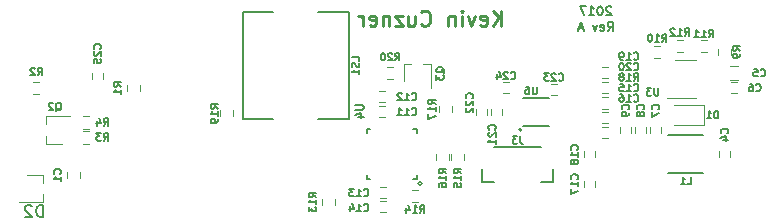
<source format=gbo>
G04 #@! TF.FileFunction,Legend,Bot*
%FSLAX46Y46*%
G04 Gerber Fmt 4.6, Leading zero omitted, Abs format (unit mm)*
G04 Created by KiCad (PCBNEW 4.0.6) date Fri Jun  2 23:15:54 2017*
%MOMM*%
%LPD*%
G01*
G04 APERTURE LIST*
%ADD10C,0.100000*%
%ADD11C,0.254000*%
%ADD12C,0.177800*%
%ADD13C,0.120000*%
%ADD14C,0.150000*%
%ADD15C,0.127000*%
G04 APERTURE END LIST*
D10*
D11*
X157086904Y-89220524D02*
X157086904Y-87950524D01*
X156361190Y-89220524D02*
X156905475Y-88494810D01*
X156361190Y-87950524D02*
X157086904Y-88676238D01*
X155333095Y-89160048D02*
X155454047Y-89220524D01*
X155695952Y-89220524D01*
X155816904Y-89160048D01*
X155877380Y-89039095D01*
X155877380Y-88555286D01*
X155816904Y-88434333D01*
X155695952Y-88373857D01*
X155454047Y-88373857D01*
X155333095Y-88434333D01*
X155272618Y-88555286D01*
X155272618Y-88676238D01*
X155877380Y-88797190D01*
X154849285Y-88373857D02*
X154546904Y-89220524D01*
X154244524Y-88373857D01*
X153760714Y-89220524D02*
X153760714Y-88373857D01*
X153760714Y-87950524D02*
X153821190Y-88011000D01*
X153760714Y-88071476D01*
X153700238Y-88011000D01*
X153760714Y-87950524D01*
X153760714Y-88071476D01*
X153155952Y-88373857D02*
X153155952Y-89220524D01*
X153155952Y-88494810D02*
X153095476Y-88434333D01*
X152974523Y-88373857D01*
X152793095Y-88373857D01*
X152672143Y-88434333D01*
X152611666Y-88555286D01*
X152611666Y-89220524D01*
X150313571Y-89099571D02*
X150374047Y-89160048D01*
X150555476Y-89220524D01*
X150676428Y-89220524D01*
X150857856Y-89160048D01*
X150978809Y-89039095D01*
X151039285Y-88918143D01*
X151099761Y-88676238D01*
X151099761Y-88494810D01*
X151039285Y-88252905D01*
X150978809Y-88131952D01*
X150857856Y-88011000D01*
X150676428Y-87950524D01*
X150555476Y-87950524D01*
X150374047Y-88011000D01*
X150313571Y-88071476D01*
X149224999Y-88373857D02*
X149224999Y-89220524D01*
X149769285Y-88373857D02*
X149769285Y-89039095D01*
X149708809Y-89160048D01*
X149587856Y-89220524D01*
X149406428Y-89220524D01*
X149285476Y-89160048D01*
X149224999Y-89099571D01*
X148741189Y-88373857D02*
X148075951Y-88373857D01*
X148741189Y-89220524D01*
X148075951Y-89220524D01*
X147592142Y-88373857D02*
X147592142Y-89220524D01*
X147592142Y-88494810D02*
X147531666Y-88434333D01*
X147410713Y-88373857D01*
X147229285Y-88373857D01*
X147108333Y-88434333D01*
X147047856Y-88555286D01*
X147047856Y-89220524D01*
X145959285Y-89160048D02*
X146080237Y-89220524D01*
X146322142Y-89220524D01*
X146443094Y-89160048D01*
X146503570Y-89039095D01*
X146503570Y-88555286D01*
X146443094Y-88434333D01*
X146322142Y-88373857D01*
X146080237Y-88373857D01*
X145959285Y-88434333D01*
X145898808Y-88555286D01*
X145898808Y-88676238D01*
X146503570Y-88797190D01*
X145354523Y-89220524D02*
X145354523Y-88373857D01*
X145354523Y-88615762D02*
X145294047Y-88494810D01*
X145233571Y-88434333D01*
X145112618Y-88373857D01*
X144991666Y-88373857D01*
D12*
X166406285Y-87640886D02*
X166369999Y-87604600D01*
X166297428Y-87568314D01*
X166115999Y-87568314D01*
X166043428Y-87604600D01*
X166007142Y-87640886D01*
X165970857Y-87713457D01*
X165970857Y-87786029D01*
X166007142Y-87894886D01*
X166442571Y-88330314D01*
X165970857Y-88330314D01*
X165499143Y-87568314D02*
X165426571Y-87568314D01*
X165354000Y-87604600D01*
X165317714Y-87640886D01*
X165281428Y-87713457D01*
X165245143Y-87858600D01*
X165245143Y-88040029D01*
X165281428Y-88185171D01*
X165317714Y-88257743D01*
X165354000Y-88294029D01*
X165426571Y-88330314D01*
X165499143Y-88330314D01*
X165571714Y-88294029D01*
X165608000Y-88257743D01*
X165644285Y-88185171D01*
X165680571Y-88040029D01*
X165680571Y-87858600D01*
X165644285Y-87713457D01*
X165608000Y-87640886D01*
X165571714Y-87604600D01*
X165499143Y-87568314D01*
X164519429Y-88330314D02*
X164954857Y-88330314D01*
X164737143Y-88330314D02*
X164737143Y-87568314D01*
X164809714Y-87677171D01*
X164882286Y-87749743D01*
X164954857Y-87786029D01*
X164265429Y-87568314D02*
X163757429Y-87568314D01*
X164084000Y-88330314D01*
X166097857Y-89651114D02*
X166351857Y-89288257D01*
X166533285Y-89651114D02*
X166533285Y-88889114D01*
X166243000Y-88889114D01*
X166170428Y-88925400D01*
X166134143Y-88961686D01*
X166097857Y-89034257D01*
X166097857Y-89143114D01*
X166134143Y-89215686D01*
X166170428Y-89251971D01*
X166243000Y-89288257D01*
X166533285Y-89288257D01*
X165481000Y-89614829D02*
X165553571Y-89651114D01*
X165698714Y-89651114D01*
X165771285Y-89614829D01*
X165807571Y-89542257D01*
X165807571Y-89251971D01*
X165771285Y-89179400D01*
X165698714Y-89143114D01*
X165553571Y-89143114D01*
X165481000Y-89179400D01*
X165444714Y-89251971D01*
X165444714Y-89324543D01*
X165807571Y-89397114D01*
X165190714Y-89143114D02*
X165009285Y-89651114D01*
X164827857Y-89143114D01*
X163993286Y-89433400D02*
X163630429Y-89433400D01*
X164065858Y-89651114D02*
X163811858Y-88889114D01*
X163557858Y-89651114D01*
D13*
X120374000Y-102104000D02*
X120374000Y-101604000D01*
X121434000Y-101604000D02*
X121434000Y-102104000D01*
X175552000Y-100326000D02*
X175552000Y-99826000D01*
X176492000Y-99826000D02*
X176492000Y-100326000D01*
X176434000Y-93818000D02*
X177134000Y-93818000D01*
X177134000Y-92618000D02*
X176434000Y-92618000D01*
X177034000Y-94958000D02*
X176534000Y-94958000D01*
X176534000Y-94018000D02*
X177034000Y-94018000D01*
X170650000Y-97794000D02*
X170650000Y-98294000D01*
X169710000Y-98294000D02*
X169710000Y-97794000D01*
X169380000Y-97794000D02*
X169380000Y-98294000D01*
X168440000Y-98294000D02*
X168440000Y-97794000D01*
X168110000Y-97794000D02*
X168110000Y-98294000D01*
X167170000Y-98294000D02*
X167170000Y-97794000D01*
X146774000Y-96050000D02*
X147274000Y-96050000D01*
X147274000Y-96990000D02*
X146774000Y-96990000D01*
X146774000Y-94780000D02*
X147274000Y-94780000D01*
X147274000Y-95720000D02*
X146774000Y-95720000D01*
X147316000Y-103848000D02*
X146816000Y-103848000D01*
X146816000Y-102908000D02*
X147316000Y-102908000D01*
X147316000Y-104991000D02*
X146816000Y-104991000D01*
X146816000Y-104051000D02*
X147316000Y-104051000D01*
X166112000Y-97498000D02*
X165612000Y-97498000D01*
X165612000Y-96558000D02*
X166112000Y-96558000D01*
X166112000Y-98768000D02*
X165612000Y-98768000D01*
X165612000Y-97828000D02*
X166112000Y-97828000D01*
X164122000Y-102866000D02*
X164122000Y-102366000D01*
X165062000Y-102366000D02*
X165062000Y-102866000D01*
X164122000Y-100368000D02*
X164122000Y-99868000D01*
X165062000Y-99868000D02*
X165062000Y-100368000D01*
X166112000Y-93688000D02*
X165612000Y-93688000D01*
X165612000Y-92748000D02*
X166112000Y-92748000D01*
X166112000Y-94958000D02*
X165612000Y-94958000D01*
X165612000Y-94018000D02*
X166112000Y-94018000D01*
X157188000Y-96270000D02*
X157188000Y-96770000D01*
X156248000Y-96770000D02*
X156248000Y-96270000D01*
X155918000Y-96270000D02*
X155918000Y-96770000D01*
X154978000Y-96770000D02*
X154978000Y-96270000D01*
X161294000Y-94145000D02*
X161794000Y-94145000D01*
X161794000Y-95085000D02*
X161294000Y-95085000D01*
X157230000Y-94018000D02*
X157730000Y-94018000D01*
X157730000Y-94958000D02*
X157230000Y-94958000D01*
X174254000Y-95924000D02*
X174254000Y-97624000D01*
X174254000Y-97624000D02*
X171704000Y-97624000D01*
X174254000Y-95924000D02*
X171704000Y-95924000D01*
D14*
X161496000Y-102414000D02*
X160496000Y-102414000D01*
X161496000Y-101314000D02*
X161496000Y-102414000D01*
X155496000Y-102414000D02*
X156496000Y-102414000D01*
X155496000Y-101314000D02*
X155496000Y-102414000D01*
X160496000Y-99514000D02*
X156496000Y-99514000D01*
X174220000Y-98476000D02*
X171220000Y-98476000D01*
X174220000Y-101676000D02*
X171220000Y-101676000D01*
D13*
X118523000Y-98544000D02*
X118523000Y-99204000D01*
X118523000Y-96884000D02*
X118523000Y-97544000D01*
X118523000Y-96884000D02*
X120553000Y-96884000D01*
X119933000Y-99204000D02*
X118523000Y-99204000D01*
X125454000Y-94738000D02*
X125454000Y-94238000D01*
X126514000Y-94238000D02*
X126514000Y-94738000D01*
X117479000Y-93958000D02*
X117979000Y-93958000D01*
X117979000Y-95018000D02*
X117479000Y-95018000D01*
X121670000Y-98149000D02*
X122170000Y-98149000D01*
X122170000Y-99209000D02*
X121670000Y-99209000D01*
X122170000Y-97939000D02*
X121670000Y-97939000D01*
X121670000Y-96879000D02*
X122170000Y-96879000D01*
X176552000Y-91190000D02*
X176552000Y-91690000D01*
X175492000Y-91690000D02*
X175492000Y-91190000D01*
X170557000Y-91970000D02*
X170057000Y-91970000D01*
X170057000Y-90910000D02*
X170557000Y-90910000D01*
X173994000Y-90402000D02*
X174494000Y-90402000D01*
X174494000Y-91462000D02*
X173994000Y-91462000D01*
X172462000Y-91462000D02*
X171962000Y-91462000D01*
X171962000Y-90402000D02*
X172462000Y-90402000D01*
X141964000Y-104390000D02*
X141964000Y-103890000D01*
X143024000Y-103890000D02*
X143024000Y-104390000D01*
X150052000Y-104162000D02*
X149552000Y-104162000D01*
X149552000Y-103102000D02*
X150052000Y-103102000D01*
X152886000Y-100580000D02*
X152886000Y-100080000D01*
X153946000Y-100080000D02*
X153946000Y-100580000D01*
X151616000Y-100580000D02*
X151616000Y-100080000D01*
X152676000Y-100080000D02*
X152676000Y-100580000D01*
X151870000Y-96516000D02*
X151870000Y-96016000D01*
X152930000Y-96016000D02*
X152930000Y-96516000D01*
X166112000Y-96288000D02*
X165612000Y-96288000D01*
X165612000Y-95228000D02*
X166112000Y-95228000D01*
X171820000Y-92116000D02*
X173620000Y-92116000D01*
X173620000Y-95336000D02*
X171170000Y-95336000D01*
D14*
X158820000Y-98020000D02*
G75*
G03X158820000Y-98020000I-100000J0D01*
G01*
X158920000Y-95320000D02*
X161120000Y-95320000D01*
X158920000Y-97720000D02*
X161120000Y-97720000D01*
D13*
X123406000Y-93264000D02*
X123406000Y-93764000D01*
X122466000Y-93764000D02*
X122466000Y-93264000D01*
X149487000Y-92488000D02*
X148827000Y-92488000D01*
X151147000Y-92488000D02*
X150487000Y-92488000D01*
X151147000Y-92488000D02*
X151147000Y-94518000D01*
X148827000Y-93898000D02*
X148827000Y-92488000D01*
X133328000Y-96897000D02*
X133328000Y-96397000D01*
X134388000Y-96397000D02*
X134388000Y-96897000D01*
X147451000Y-92688000D02*
X147951000Y-92688000D01*
X147951000Y-93748000D02*
X147451000Y-93748000D01*
D14*
X144200000Y-97083000D02*
X141600000Y-97083000D01*
X144200000Y-88083000D02*
X144200000Y-97083000D01*
X141600000Y-88083000D02*
X144200000Y-88083000D01*
X135200000Y-88083000D02*
X137800000Y-88083000D01*
X135200000Y-97083000D02*
X137800000Y-97083000D01*
X135200000Y-88083000D02*
X135200000Y-97083000D01*
X150369421Y-102576000D02*
G75*
G03X150369421Y-102576000I-141421J0D01*
G01*
X149928000Y-102176000D02*
X149628000Y-102176000D01*
X149928000Y-101876000D02*
X149928000Y-102176000D01*
X145728000Y-102176000D02*
X146028000Y-102176000D01*
X145728000Y-101876000D02*
X145728000Y-102176000D01*
X145728000Y-97976000D02*
X146028000Y-97976000D01*
X145728000Y-98276000D02*
X145728000Y-97976000D01*
X149928000Y-97976000D02*
X149628000Y-97976000D01*
X149928000Y-98276000D02*
X149928000Y-97976000D01*
D13*
X118332000Y-102497000D02*
X118332000Y-101837000D01*
X118332000Y-104157000D02*
X118332000Y-103497000D01*
X118332000Y-104157000D02*
X116302000Y-104157000D01*
X116922000Y-101837000D02*
X118332000Y-101837000D01*
D15*
X119780786Y-101748167D02*
X119811024Y-101717929D01*
X119841262Y-101627214D01*
X119841262Y-101566738D01*
X119811024Y-101476024D01*
X119750548Y-101415548D01*
X119690071Y-101385309D01*
X119569119Y-101355071D01*
X119478405Y-101355071D01*
X119357452Y-101385309D01*
X119296976Y-101415548D01*
X119236500Y-101476024D01*
X119206262Y-101566738D01*
X119206262Y-101627214D01*
X119236500Y-101717929D01*
X119266738Y-101748167D01*
X119841262Y-102352929D02*
X119841262Y-101990071D01*
X119841262Y-102171500D02*
X119206262Y-102171500D01*
X119296976Y-102111024D01*
X119357452Y-102050548D01*
X119387690Y-101990071D01*
X176248786Y-98319167D02*
X176279024Y-98288929D01*
X176309262Y-98198214D01*
X176309262Y-98137738D01*
X176279024Y-98047024D01*
X176218548Y-97986548D01*
X176158071Y-97956309D01*
X176037119Y-97926071D01*
X175946405Y-97926071D01*
X175825452Y-97956309D01*
X175764976Y-97986548D01*
X175704500Y-98047024D01*
X175674262Y-98137738D01*
X175674262Y-98198214D01*
X175704500Y-98288929D01*
X175734738Y-98319167D01*
X175885929Y-98863452D02*
X176309262Y-98863452D01*
X175644024Y-98712262D02*
X176097595Y-98561071D01*
X176097595Y-98954167D01*
X179048833Y-93444786D02*
X179079071Y-93475024D01*
X179169786Y-93505262D01*
X179230262Y-93505262D01*
X179320976Y-93475024D01*
X179381452Y-93414548D01*
X179411691Y-93354071D01*
X179441929Y-93233119D01*
X179441929Y-93142405D01*
X179411691Y-93021452D01*
X179381452Y-92960976D01*
X179320976Y-92900500D01*
X179230262Y-92870262D01*
X179169786Y-92870262D01*
X179079071Y-92900500D01*
X179048833Y-92930738D01*
X178474310Y-92870262D02*
X178776691Y-92870262D01*
X178806929Y-93172643D01*
X178776691Y-93142405D01*
X178716214Y-93112167D01*
X178565024Y-93112167D01*
X178504548Y-93142405D01*
X178474310Y-93172643D01*
X178444071Y-93233119D01*
X178444071Y-93384310D01*
X178474310Y-93444786D01*
X178504548Y-93475024D01*
X178565024Y-93505262D01*
X178716214Y-93505262D01*
X178776691Y-93475024D01*
X178806929Y-93444786D01*
X178667833Y-94714786D02*
X178698071Y-94745024D01*
X178788786Y-94775262D01*
X178849262Y-94775262D01*
X178939976Y-94745024D01*
X179000452Y-94684548D01*
X179030691Y-94624071D01*
X179060929Y-94503119D01*
X179060929Y-94412405D01*
X179030691Y-94291452D01*
X179000452Y-94230976D01*
X178939976Y-94170500D01*
X178849262Y-94140262D01*
X178788786Y-94140262D01*
X178698071Y-94170500D01*
X178667833Y-94200738D01*
X178123548Y-94140262D02*
X178244500Y-94140262D01*
X178304976Y-94170500D01*
X178335214Y-94200738D01*
X178395691Y-94291452D01*
X178425929Y-94412405D01*
X178425929Y-94654310D01*
X178395691Y-94714786D01*
X178365452Y-94745024D01*
X178304976Y-94775262D01*
X178184024Y-94775262D01*
X178123548Y-94745024D01*
X178093310Y-94714786D01*
X178063071Y-94654310D01*
X178063071Y-94503119D01*
X178093310Y-94442643D01*
X178123548Y-94412405D01*
X178184024Y-94382167D01*
X178304976Y-94382167D01*
X178365452Y-94412405D01*
X178395691Y-94442643D01*
X178425929Y-94503119D01*
X170406786Y-96287167D02*
X170437024Y-96256929D01*
X170467262Y-96166214D01*
X170467262Y-96105738D01*
X170437024Y-96015024D01*
X170376548Y-95954548D01*
X170316071Y-95924309D01*
X170195119Y-95894071D01*
X170104405Y-95894071D01*
X169983452Y-95924309D01*
X169922976Y-95954548D01*
X169862500Y-96015024D01*
X169832262Y-96105738D01*
X169832262Y-96166214D01*
X169862500Y-96256929D01*
X169892738Y-96287167D01*
X169832262Y-96498833D02*
X169832262Y-96922167D01*
X170467262Y-96650024D01*
X169136786Y-96287167D02*
X169167024Y-96256929D01*
X169197262Y-96166214D01*
X169197262Y-96105738D01*
X169167024Y-96015024D01*
X169106548Y-95954548D01*
X169046071Y-95924309D01*
X168925119Y-95894071D01*
X168834405Y-95894071D01*
X168713452Y-95924309D01*
X168652976Y-95954548D01*
X168592500Y-96015024D01*
X168562262Y-96105738D01*
X168562262Y-96166214D01*
X168592500Y-96256929D01*
X168622738Y-96287167D01*
X168834405Y-96650024D02*
X168804167Y-96589548D01*
X168773929Y-96559309D01*
X168713452Y-96529071D01*
X168683214Y-96529071D01*
X168622738Y-96559309D01*
X168592500Y-96589548D01*
X168562262Y-96650024D01*
X168562262Y-96770976D01*
X168592500Y-96831452D01*
X168622738Y-96861690D01*
X168683214Y-96891929D01*
X168713452Y-96891929D01*
X168773929Y-96861690D01*
X168804167Y-96831452D01*
X168834405Y-96770976D01*
X168834405Y-96650024D01*
X168864643Y-96589548D01*
X168894881Y-96559309D01*
X168955357Y-96529071D01*
X169076310Y-96529071D01*
X169136786Y-96559309D01*
X169167024Y-96589548D01*
X169197262Y-96650024D01*
X169197262Y-96770976D01*
X169167024Y-96831452D01*
X169136786Y-96861690D01*
X169076310Y-96891929D01*
X168955357Y-96891929D01*
X168894881Y-96861690D01*
X168864643Y-96831452D01*
X168834405Y-96770976D01*
X167866786Y-96287167D02*
X167897024Y-96256929D01*
X167927262Y-96166214D01*
X167927262Y-96105738D01*
X167897024Y-96015024D01*
X167836548Y-95954548D01*
X167776071Y-95924309D01*
X167655119Y-95894071D01*
X167564405Y-95894071D01*
X167443452Y-95924309D01*
X167382976Y-95954548D01*
X167322500Y-96015024D01*
X167292262Y-96105738D01*
X167292262Y-96166214D01*
X167322500Y-96256929D01*
X167352738Y-96287167D01*
X167927262Y-96589548D02*
X167927262Y-96710500D01*
X167897024Y-96770976D01*
X167866786Y-96801214D01*
X167776071Y-96861690D01*
X167655119Y-96891929D01*
X167413214Y-96891929D01*
X167352738Y-96861690D01*
X167322500Y-96831452D01*
X167292262Y-96770976D01*
X167292262Y-96650024D01*
X167322500Y-96589548D01*
X167352738Y-96559309D01*
X167413214Y-96529071D01*
X167564405Y-96529071D01*
X167624881Y-96559309D01*
X167655119Y-96589548D01*
X167685357Y-96650024D01*
X167685357Y-96770976D01*
X167655119Y-96831452D01*
X167624881Y-96861690D01*
X167564405Y-96891929D01*
X149506214Y-96746786D02*
X149536452Y-96777024D01*
X149627167Y-96807262D01*
X149687643Y-96807262D01*
X149778357Y-96777024D01*
X149838833Y-96716548D01*
X149869072Y-96656071D01*
X149899310Y-96535119D01*
X149899310Y-96444405D01*
X149869072Y-96323452D01*
X149838833Y-96262976D01*
X149778357Y-96202500D01*
X149687643Y-96172262D01*
X149627167Y-96172262D01*
X149536452Y-96202500D01*
X149506214Y-96232738D01*
X148901452Y-96807262D02*
X149264310Y-96807262D01*
X149082881Y-96807262D02*
X149082881Y-96172262D01*
X149143357Y-96262976D01*
X149203833Y-96323452D01*
X149264310Y-96353690D01*
X148296690Y-96807262D02*
X148659548Y-96807262D01*
X148478119Y-96807262D02*
X148478119Y-96172262D01*
X148538595Y-96262976D01*
X148599071Y-96323452D01*
X148659548Y-96353690D01*
X149506214Y-95476786D02*
X149536452Y-95507024D01*
X149627167Y-95537262D01*
X149687643Y-95537262D01*
X149778357Y-95507024D01*
X149838833Y-95446548D01*
X149869072Y-95386071D01*
X149899310Y-95265119D01*
X149899310Y-95174405D01*
X149869072Y-95053452D01*
X149838833Y-94992976D01*
X149778357Y-94932500D01*
X149687643Y-94902262D01*
X149627167Y-94902262D01*
X149536452Y-94932500D01*
X149506214Y-94962738D01*
X148901452Y-95537262D02*
X149264310Y-95537262D01*
X149082881Y-95537262D02*
X149082881Y-94902262D01*
X149143357Y-94992976D01*
X149203833Y-95053452D01*
X149264310Y-95083690D01*
X148659548Y-94962738D02*
X148629310Y-94932500D01*
X148568833Y-94902262D01*
X148417643Y-94902262D01*
X148357167Y-94932500D01*
X148326929Y-94962738D01*
X148296690Y-95023214D01*
X148296690Y-95083690D01*
X148326929Y-95174405D01*
X148689786Y-95537262D01*
X148296690Y-95537262D01*
X145442214Y-103604786D02*
X145472452Y-103635024D01*
X145563167Y-103665262D01*
X145623643Y-103665262D01*
X145714357Y-103635024D01*
X145774833Y-103574548D01*
X145805072Y-103514071D01*
X145835310Y-103393119D01*
X145835310Y-103302405D01*
X145805072Y-103181452D01*
X145774833Y-103120976D01*
X145714357Y-103060500D01*
X145623643Y-103030262D01*
X145563167Y-103030262D01*
X145472452Y-103060500D01*
X145442214Y-103090738D01*
X144837452Y-103665262D02*
X145200310Y-103665262D01*
X145018881Y-103665262D02*
X145018881Y-103030262D01*
X145079357Y-103120976D01*
X145139833Y-103181452D01*
X145200310Y-103211690D01*
X144625786Y-103030262D02*
X144232690Y-103030262D01*
X144444357Y-103272167D01*
X144353643Y-103272167D01*
X144293167Y-103302405D01*
X144262929Y-103332643D01*
X144232690Y-103393119D01*
X144232690Y-103544310D01*
X144262929Y-103604786D01*
X144293167Y-103635024D01*
X144353643Y-103665262D01*
X144535071Y-103665262D01*
X144595548Y-103635024D01*
X144625786Y-103604786D01*
X145442214Y-104874786D02*
X145472452Y-104905024D01*
X145563167Y-104935262D01*
X145623643Y-104935262D01*
X145714357Y-104905024D01*
X145774833Y-104844548D01*
X145805072Y-104784071D01*
X145835310Y-104663119D01*
X145835310Y-104572405D01*
X145805072Y-104451452D01*
X145774833Y-104390976D01*
X145714357Y-104330500D01*
X145623643Y-104300262D01*
X145563167Y-104300262D01*
X145472452Y-104330500D01*
X145442214Y-104360738D01*
X144837452Y-104935262D02*
X145200310Y-104935262D01*
X145018881Y-104935262D02*
X145018881Y-104300262D01*
X145079357Y-104390976D01*
X145139833Y-104451452D01*
X145200310Y-104481690D01*
X144293167Y-104511929D02*
X144293167Y-104935262D01*
X144444357Y-104270024D02*
X144595548Y-104723595D01*
X144202452Y-104723595D01*
X168302214Y-94714786D02*
X168332452Y-94745024D01*
X168423167Y-94775262D01*
X168483643Y-94775262D01*
X168574357Y-94745024D01*
X168634833Y-94684548D01*
X168665072Y-94624071D01*
X168695310Y-94503119D01*
X168695310Y-94412405D01*
X168665072Y-94291452D01*
X168634833Y-94230976D01*
X168574357Y-94170500D01*
X168483643Y-94140262D01*
X168423167Y-94140262D01*
X168332452Y-94170500D01*
X168302214Y-94200738D01*
X167697452Y-94775262D02*
X168060310Y-94775262D01*
X167878881Y-94775262D02*
X167878881Y-94140262D01*
X167939357Y-94230976D01*
X167999833Y-94291452D01*
X168060310Y-94321690D01*
X167122929Y-94140262D02*
X167425310Y-94140262D01*
X167455548Y-94442643D01*
X167425310Y-94412405D01*
X167364833Y-94382167D01*
X167213643Y-94382167D01*
X167153167Y-94412405D01*
X167122929Y-94442643D01*
X167092690Y-94503119D01*
X167092690Y-94654310D01*
X167122929Y-94714786D01*
X167153167Y-94745024D01*
X167213643Y-94775262D01*
X167364833Y-94775262D01*
X167425310Y-94745024D01*
X167455548Y-94714786D01*
X168302214Y-95603786D02*
X168332452Y-95634024D01*
X168423167Y-95664262D01*
X168483643Y-95664262D01*
X168574357Y-95634024D01*
X168634833Y-95573548D01*
X168665072Y-95513071D01*
X168695310Y-95392119D01*
X168695310Y-95301405D01*
X168665072Y-95180452D01*
X168634833Y-95119976D01*
X168574357Y-95059500D01*
X168483643Y-95029262D01*
X168423167Y-95029262D01*
X168332452Y-95059500D01*
X168302214Y-95089738D01*
X167697452Y-95664262D02*
X168060310Y-95664262D01*
X167878881Y-95664262D02*
X167878881Y-95029262D01*
X167939357Y-95119976D01*
X167999833Y-95180452D01*
X168060310Y-95210690D01*
X167153167Y-95029262D02*
X167274119Y-95029262D01*
X167334595Y-95059500D01*
X167364833Y-95089738D01*
X167425310Y-95180452D01*
X167455548Y-95301405D01*
X167455548Y-95543310D01*
X167425310Y-95603786D01*
X167395071Y-95634024D01*
X167334595Y-95664262D01*
X167213643Y-95664262D01*
X167153167Y-95634024D01*
X167122929Y-95603786D01*
X167092690Y-95543310D01*
X167092690Y-95392119D01*
X167122929Y-95331643D01*
X167153167Y-95301405D01*
X167213643Y-95271167D01*
X167334595Y-95271167D01*
X167395071Y-95301405D01*
X167425310Y-95331643D01*
X167455548Y-95392119D01*
X163548786Y-102207786D02*
X163579024Y-102177548D01*
X163609262Y-102086833D01*
X163609262Y-102026357D01*
X163579024Y-101935643D01*
X163518548Y-101875167D01*
X163458071Y-101844928D01*
X163337119Y-101814690D01*
X163246405Y-101814690D01*
X163125452Y-101844928D01*
X163064976Y-101875167D01*
X163004500Y-101935643D01*
X162974262Y-102026357D01*
X162974262Y-102086833D01*
X163004500Y-102177548D01*
X163034738Y-102207786D01*
X163609262Y-102812548D02*
X163609262Y-102449690D01*
X163609262Y-102631119D02*
X162974262Y-102631119D01*
X163064976Y-102570643D01*
X163125452Y-102510167D01*
X163155690Y-102449690D01*
X162974262Y-103024214D02*
X162974262Y-103447548D01*
X163609262Y-103175405D01*
X163548786Y-99709786D02*
X163579024Y-99679548D01*
X163609262Y-99588833D01*
X163609262Y-99528357D01*
X163579024Y-99437643D01*
X163518548Y-99377167D01*
X163458071Y-99346928D01*
X163337119Y-99316690D01*
X163246405Y-99316690D01*
X163125452Y-99346928D01*
X163064976Y-99377167D01*
X163004500Y-99437643D01*
X162974262Y-99528357D01*
X162974262Y-99588833D01*
X163004500Y-99679548D01*
X163034738Y-99709786D01*
X163609262Y-100314548D02*
X163609262Y-99951690D01*
X163609262Y-100133119D02*
X162974262Y-100133119D01*
X163064976Y-100072643D01*
X163125452Y-100012167D01*
X163155690Y-99951690D01*
X163246405Y-100677405D02*
X163216167Y-100616929D01*
X163185929Y-100586690D01*
X163125452Y-100556452D01*
X163095214Y-100556452D01*
X163034738Y-100586690D01*
X163004500Y-100616929D01*
X162974262Y-100677405D01*
X162974262Y-100798357D01*
X163004500Y-100858833D01*
X163034738Y-100889071D01*
X163095214Y-100919310D01*
X163125452Y-100919310D01*
X163185929Y-100889071D01*
X163216167Y-100858833D01*
X163246405Y-100798357D01*
X163246405Y-100677405D01*
X163276643Y-100616929D01*
X163306881Y-100586690D01*
X163367357Y-100556452D01*
X163488310Y-100556452D01*
X163548786Y-100586690D01*
X163579024Y-100616929D01*
X163609262Y-100677405D01*
X163609262Y-100798357D01*
X163579024Y-100858833D01*
X163548786Y-100889071D01*
X163488310Y-100919310D01*
X163367357Y-100919310D01*
X163306881Y-100889071D01*
X163276643Y-100858833D01*
X163246405Y-100798357D01*
X168302214Y-92047786D02*
X168332452Y-92078024D01*
X168423167Y-92108262D01*
X168483643Y-92108262D01*
X168574357Y-92078024D01*
X168634833Y-92017548D01*
X168665072Y-91957071D01*
X168695310Y-91836119D01*
X168695310Y-91745405D01*
X168665072Y-91624452D01*
X168634833Y-91563976D01*
X168574357Y-91503500D01*
X168483643Y-91473262D01*
X168423167Y-91473262D01*
X168332452Y-91503500D01*
X168302214Y-91533738D01*
X167697452Y-92108262D02*
X168060310Y-92108262D01*
X167878881Y-92108262D02*
X167878881Y-91473262D01*
X167939357Y-91563976D01*
X167999833Y-91624452D01*
X168060310Y-91654690D01*
X167395071Y-92108262D02*
X167274119Y-92108262D01*
X167213643Y-92078024D01*
X167183405Y-92047786D01*
X167122929Y-91957071D01*
X167092690Y-91836119D01*
X167092690Y-91594214D01*
X167122929Y-91533738D01*
X167153167Y-91503500D01*
X167213643Y-91473262D01*
X167334595Y-91473262D01*
X167395071Y-91503500D01*
X167425310Y-91533738D01*
X167455548Y-91594214D01*
X167455548Y-91745405D01*
X167425310Y-91805881D01*
X167395071Y-91836119D01*
X167334595Y-91866357D01*
X167213643Y-91866357D01*
X167153167Y-91836119D01*
X167122929Y-91805881D01*
X167092690Y-91745405D01*
X168302214Y-92936786D02*
X168332452Y-92967024D01*
X168423167Y-92997262D01*
X168483643Y-92997262D01*
X168574357Y-92967024D01*
X168634833Y-92906548D01*
X168665072Y-92846071D01*
X168695310Y-92725119D01*
X168695310Y-92634405D01*
X168665072Y-92513452D01*
X168634833Y-92452976D01*
X168574357Y-92392500D01*
X168483643Y-92362262D01*
X168423167Y-92362262D01*
X168332452Y-92392500D01*
X168302214Y-92422738D01*
X168060310Y-92422738D02*
X168030072Y-92392500D01*
X167969595Y-92362262D01*
X167818405Y-92362262D01*
X167757929Y-92392500D01*
X167727691Y-92422738D01*
X167697452Y-92483214D01*
X167697452Y-92543690D01*
X167727691Y-92634405D01*
X168090548Y-92997262D01*
X167697452Y-92997262D01*
X167304357Y-92362262D02*
X167243881Y-92362262D01*
X167183405Y-92392500D01*
X167153167Y-92422738D01*
X167122929Y-92483214D01*
X167092690Y-92604167D01*
X167092690Y-92755357D01*
X167122929Y-92876310D01*
X167153167Y-92936786D01*
X167183405Y-92967024D01*
X167243881Y-92997262D01*
X167304357Y-92997262D01*
X167364833Y-92967024D01*
X167395071Y-92936786D01*
X167425310Y-92876310D01*
X167455548Y-92755357D01*
X167455548Y-92604167D01*
X167425310Y-92483214D01*
X167395071Y-92422738D01*
X167364833Y-92392500D01*
X167304357Y-92362262D01*
X156563786Y-98016786D02*
X156594024Y-97986548D01*
X156624262Y-97895833D01*
X156624262Y-97835357D01*
X156594024Y-97744643D01*
X156533548Y-97684167D01*
X156473071Y-97653928D01*
X156352119Y-97623690D01*
X156261405Y-97623690D01*
X156140452Y-97653928D01*
X156079976Y-97684167D01*
X156019500Y-97744643D01*
X155989262Y-97835357D01*
X155989262Y-97895833D01*
X156019500Y-97986548D01*
X156049738Y-98016786D01*
X156049738Y-98258690D02*
X156019500Y-98288928D01*
X155989262Y-98349405D01*
X155989262Y-98500595D01*
X156019500Y-98561071D01*
X156049738Y-98591309D01*
X156110214Y-98621548D01*
X156170690Y-98621548D01*
X156261405Y-98591309D01*
X156624262Y-98228452D01*
X156624262Y-98621548D01*
X156624262Y-99226310D02*
X156624262Y-98863452D01*
X156624262Y-99044881D02*
X155989262Y-99044881D01*
X156079976Y-98984405D01*
X156140452Y-98923929D01*
X156170690Y-98863452D01*
X154658786Y-95349786D02*
X154689024Y-95319548D01*
X154719262Y-95228833D01*
X154719262Y-95168357D01*
X154689024Y-95077643D01*
X154628548Y-95017167D01*
X154568071Y-94986928D01*
X154447119Y-94956690D01*
X154356405Y-94956690D01*
X154235452Y-94986928D01*
X154174976Y-95017167D01*
X154114500Y-95077643D01*
X154084262Y-95168357D01*
X154084262Y-95228833D01*
X154114500Y-95319548D01*
X154144738Y-95349786D01*
X154144738Y-95591690D02*
X154114500Y-95621928D01*
X154084262Y-95682405D01*
X154084262Y-95833595D01*
X154114500Y-95894071D01*
X154144738Y-95924309D01*
X154205214Y-95954548D01*
X154265690Y-95954548D01*
X154356405Y-95924309D01*
X154719262Y-95561452D01*
X154719262Y-95954548D01*
X154144738Y-96196452D02*
X154114500Y-96226690D01*
X154084262Y-96287167D01*
X154084262Y-96438357D01*
X154114500Y-96498833D01*
X154144738Y-96529071D01*
X154205214Y-96559310D01*
X154265690Y-96559310D01*
X154356405Y-96529071D01*
X154719262Y-96166214D01*
X154719262Y-96559310D01*
X161952214Y-93825786D02*
X161982452Y-93856024D01*
X162073167Y-93886262D01*
X162133643Y-93886262D01*
X162224357Y-93856024D01*
X162284833Y-93795548D01*
X162315072Y-93735071D01*
X162345310Y-93614119D01*
X162345310Y-93523405D01*
X162315072Y-93402452D01*
X162284833Y-93341976D01*
X162224357Y-93281500D01*
X162133643Y-93251262D01*
X162073167Y-93251262D01*
X161982452Y-93281500D01*
X161952214Y-93311738D01*
X161710310Y-93311738D02*
X161680072Y-93281500D01*
X161619595Y-93251262D01*
X161468405Y-93251262D01*
X161407929Y-93281500D01*
X161377691Y-93311738D01*
X161347452Y-93372214D01*
X161347452Y-93432690D01*
X161377691Y-93523405D01*
X161740548Y-93886262D01*
X161347452Y-93886262D01*
X161135786Y-93251262D02*
X160742690Y-93251262D01*
X160954357Y-93493167D01*
X160863643Y-93493167D01*
X160803167Y-93523405D01*
X160772929Y-93553643D01*
X160742690Y-93614119D01*
X160742690Y-93765310D01*
X160772929Y-93825786D01*
X160803167Y-93856024D01*
X160863643Y-93886262D01*
X161045071Y-93886262D01*
X161105548Y-93856024D01*
X161135786Y-93825786D01*
X157888214Y-93698786D02*
X157918452Y-93729024D01*
X158009167Y-93759262D01*
X158069643Y-93759262D01*
X158160357Y-93729024D01*
X158220833Y-93668548D01*
X158251072Y-93608071D01*
X158281310Y-93487119D01*
X158281310Y-93396405D01*
X158251072Y-93275452D01*
X158220833Y-93214976D01*
X158160357Y-93154500D01*
X158069643Y-93124262D01*
X158009167Y-93124262D01*
X157918452Y-93154500D01*
X157888214Y-93184738D01*
X157646310Y-93184738D02*
X157616072Y-93154500D01*
X157555595Y-93124262D01*
X157404405Y-93124262D01*
X157343929Y-93154500D01*
X157313691Y-93184738D01*
X157283452Y-93245214D01*
X157283452Y-93305690D01*
X157313691Y-93396405D01*
X157676548Y-93759262D01*
X157283452Y-93759262D01*
X156739167Y-93335929D02*
X156739167Y-93759262D01*
X156890357Y-93094024D02*
X157041548Y-93547595D01*
X156648452Y-93547595D01*
X175474691Y-97061262D02*
X175474691Y-96426262D01*
X175323500Y-96426262D01*
X175232786Y-96456500D01*
X175172310Y-96516976D01*
X175142071Y-96577452D01*
X175111833Y-96698405D01*
X175111833Y-96789119D01*
X175142071Y-96910071D01*
X175172310Y-96970548D01*
X175232786Y-97031024D01*
X175323500Y-97061262D01*
X175474691Y-97061262D01*
X174507071Y-97061262D02*
X174869929Y-97061262D01*
X174688500Y-97061262D02*
X174688500Y-96426262D01*
X174748976Y-96516976D01*
X174809452Y-96577452D01*
X174869929Y-96607690D01*
X158707667Y-98585262D02*
X158707667Y-99038833D01*
X158737905Y-99129548D01*
X158798381Y-99190024D01*
X158889096Y-99220262D01*
X158949572Y-99220262D01*
X158465762Y-98585262D02*
X158072666Y-98585262D01*
X158284333Y-98827167D01*
X158193619Y-98827167D01*
X158133143Y-98857405D01*
X158102905Y-98887643D01*
X158072666Y-98948119D01*
X158072666Y-99099310D01*
X158102905Y-99159786D01*
X158133143Y-99190024D01*
X158193619Y-99220262D01*
X158375047Y-99220262D01*
X158435524Y-99190024D01*
X158465762Y-99159786D01*
X172825834Y-102649262D02*
X173128215Y-102649262D01*
X173128215Y-102014262D01*
X172281547Y-102649262D02*
X172644405Y-102649262D01*
X172462976Y-102649262D02*
X172462976Y-102014262D01*
X172523452Y-102104976D01*
X172583928Y-102165452D01*
X172644405Y-102195690D01*
X119363476Y-96441738D02*
X119423952Y-96411500D01*
X119484429Y-96351024D01*
X119575143Y-96260310D01*
X119635619Y-96230071D01*
X119696095Y-96230071D01*
X119665857Y-96381262D02*
X119726333Y-96351024D01*
X119786810Y-96290548D01*
X119817048Y-96169595D01*
X119817048Y-95957929D01*
X119786810Y-95836976D01*
X119726333Y-95776500D01*
X119665857Y-95746262D01*
X119544905Y-95746262D01*
X119484429Y-95776500D01*
X119423952Y-95836976D01*
X119393714Y-95957929D01*
X119393714Y-96169595D01*
X119423952Y-96290548D01*
X119484429Y-96351024D01*
X119544905Y-96381262D01*
X119665857Y-96381262D01*
X119151810Y-95806738D02*
X119121572Y-95776500D01*
X119061095Y-95746262D01*
X118909905Y-95746262D01*
X118849429Y-95776500D01*
X118819191Y-95806738D01*
X118788952Y-95867214D01*
X118788952Y-95927690D01*
X118819191Y-96018405D01*
X119182048Y-96381262D01*
X118788952Y-96381262D01*
X124921262Y-94382167D02*
X124618881Y-94170500D01*
X124921262Y-94019309D02*
X124286262Y-94019309D01*
X124286262Y-94261214D01*
X124316500Y-94321690D01*
X124346738Y-94351929D01*
X124407214Y-94382167D01*
X124497929Y-94382167D01*
X124558405Y-94351929D01*
X124588643Y-94321690D01*
X124618881Y-94261214D01*
X124618881Y-94019309D01*
X124921262Y-94986929D02*
X124921262Y-94624071D01*
X124921262Y-94805500D02*
X124286262Y-94805500D01*
X124376976Y-94745024D01*
X124437452Y-94684548D01*
X124467690Y-94624071D01*
X117834833Y-93425262D02*
X118046500Y-93122881D01*
X118197691Y-93425262D02*
X118197691Y-92790262D01*
X117955786Y-92790262D01*
X117895310Y-92820500D01*
X117865071Y-92850738D01*
X117834833Y-92911214D01*
X117834833Y-93001929D01*
X117865071Y-93062405D01*
X117895310Y-93092643D01*
X117955786Y-93122881D01*
X118197691Y-93122881D01*
X117592929Y-92850738D02*
X117562691Y-92820500D01*
X117502214Y-92790262D01*
X117351024Y-92790262D01*
X117290548Y-92820500D01*
X117260310Y-92850738D01*
X117230071Y-92911214D01*
X117230071Y-92971690D01*
X117260310Y-93062405D01*
X117623167Y-93425262D01*
X117230071Y-93425262D01*
X123422833Y-98966262D02*
X123634500Y-98663881D01*
X123785691Y-98966262D02*
X123785691Y-98331262D01*
X123543786Y-98331262D01*
X123483310Y-98361500D01*
X123453071Y-98391738D01*
X123422833Y-98452214D01*
X123422833Y-98542929D01*
X123453071Y-98603405D01*
X123483310Y-98633643D01*
X123543786Y-98663881D01*
X123785691Y-98663881D01*
X123211167Y-98331262D02*
X122818071Y-98331262D01*
X123029738Y-98573167D01*
X122939024Y-98573167D01*
X122878548Y-98603405D01*
X122848310Y-98633643D01*
X122818071Y-98694119D01*
X122818071Y-98845310D01*
X122848310Y-98905786D01*
X122878548Y-98936024D01*
X122939024Y-98966262D01*
X123120452Y-98966262D01*
X123180929Y-98936024D01*
X123211167Y-98905786D01*
X123422833Y-97696262D02*
X123634500Y-97393881D01*
X123785691Y-97696262D02*
X123785691Y-97061262D01*
X123543786Y-97061262D01*
X123483310Y-97091500D01*
X123453071Y-97121738D01*
X123422833Y-97182214D01*
X123422833Y-97272929D01*
X123453071Y-97333405D01*
X123483310Y-97363643D01*
X123543786Y-97393881D01*
X123785691Y-97393881D01*
X122878548Y-97272929D02*
X122878548Y-97696262D01*
X123029738Y-97031024D02*
X123180929Y-97484595D01*
X122787833Y-97484595D01*
X177325262Y-91334167D02*
X177022881Y-91122500D01*
X177325262Y-90971309D02*
X176690262Y-90971309D01*
X176690262Y-91213214D01*
X176720500Y-91273690D01*
X176750738Y-91303929D01*
X176811214Y-91334167D01*
X176901929Y-91334167D01*
X176962405Y-91303929D01*
X176992643Y-91273690D01*
X177022881Y-91213214D01*
X177022881Y-90971309D01*
X177325262Y-91636548D02*
X177325262Y-91757500D01*
X177295024Y-91817976D01*
X177264786Y-91848214D01*
X177174071Y-91908690D01*
X177053119Y-91938929D01*
X176811214Y-91938929D01*
X176750738Y-91908690D01*
X176720500Y-91878452D01*
X176690262Y-91817976D01*
X176690262Y-91697024D01*
X176720500Y-91636548D01*
X176750738Y-91606309D01*
X176811214Y-91576071D01*
X176962405Y-91576071D01*
X177022881Y-91606309D01*
X177053119Y-91636548D01*
X177083357Y-91697024D01*
X177083357Y-91817976D01*
X177053119Y-91878452D01*
X177022881Y-91908690D01*
X176962405Y-91938929D01*
X170715214Y-90584262D02*
X170926881Y-90281881D01*
X171078072Y-90584262D02*
X171078072Y-89949262D01*
X170836167Y-89949262D01*
X170775691Y-89979500D01*
X170745452Y-90009738D01*
X170715214Y-90070214D01*
X170715214Y-90160929D01*
X170745452Y-90221405D01*
X170775691Y-90251643D01*
X170836167Y-90281881D01*
X171078072Y-90281881D01*
X170110452Y-90584262D02*
X170473310Y-90584262D01*
X170291881Y-90584262D02*
X170291881Y-89949262D01*
X170352357Y-90039976D01*
X170412833Y-90100452D01*
X170473310Y-90130690D01*
X169717357Y-89949262D02*
X169656881Y-89949262D01*
X169596405Y-89979500D01*
X169566167Y-90009738D01*
X169535929Y-90070214D01*
X169505690Y-90191167D01*
X169505690Y-90342357D01*
X169535929Y-90463310D01*
X169566167Y-90523786D01*
X169596405Y-90554024D01*
X169656881Y-90584262D01*
X169717357Y-90584262D01*
X169777833Y-90554024D01*
X169808071Y-90523786D01*
X169838310Y-90463310D01*
X169868548Y-90342357D01*
X169868548Y-90191167D01*
X169838310Y-90070214D01*
X169808071Y-90009738D01*
X169777833Y-89979500D01*
X169717357Y-89949262D01*
X174652214Y-90203262D02*
X174863881Y-89900881D01*
X175015072Y-90203262D02*
X175015072Y-89568262D01*
X174773167Y-89568262D01*
X174712691Y-89598500D01*
X174682452Y-89628738D01*
X174652214Y-89689214D01*
X174652214Y-89779929D01*
X174682452Y-89840405D01*
X174712691Y-89870643D01*
X174773167Y-89900881D01*
X175015072Y-89900881D01*
X174047452Y-90203262D02*
X174410310Y-90203262D01*
X174228881Y-90203262D02*
X174228881Y-89568262D01*
X174289357Y-89658976D01*
X174349833Y-89719452D01*
X174410310Y-89749690D01*
X173442690Y-90203262D02*
X173805548Y-90203262D01*
X173624119Y-90203262D02*
X173624119Y-89568262D01*
X173684595Y-89658976D01*
X173745071Y-89719452D01*
X173805548Y-89749690D01*
X172620214Y-90076262D02*
X172831881Y-89773881D01*
X172983072Y-90076262D02*
X172983072Y-89441262D01*
X172741167Y-89441262D01*
X172680691Y-89471500D01*
X172650452Y-89501738D01*
X172620214Y-89562214D01*
X172620214Y-89652929D01*
X172650452Y-89713405D01*
X172680691Y-89743643D01*
X172741167Y-89773881D01*
X172983072Y-89773881D01*
X172015452Y-90076262D02*
X172378310Y-90076262D01*
X172196881Y-90076262D02*
X172196881Y-89441262D01*
X172257357Y-89531976D01*
X172317833Y-89592452D01*
X172378310Y-89622690D01*
X171773548Y-89501738D02*
X171743310Y-89471500D01*
X171682833Y-89441262D01*
X171531643Y-89441262D01*
X171471167Y-89471500D01*
X171440929Y-89501738D01*
X171410690Y-89562214D01*
X171410690Y-89622690D01*
X171440929Y-89713405D01*
X171803786Y-90076262D01*
X171410690Y-90076262D01*
X141431262Y-103731786D02*
X141128881Y-103520119D01*
X141431262Y-103368928D02*
X140796262Y-103368928D01*
X140796262Y-103610833D01*
X140826500Y-103671309D01*
X140856738Y-103701548D01*
X140917214Y-103731786D01*
X141007929Y-103731786D01*
X141068405Y-103701548D01*
X141098643Y-103671309D01*
X141128881Y-103610833D01*
X141128881Y-103368928D01*
X141431262Y-104336548D02*
X141431262Y-103973690D01*
X141431262Y-104155119D02*
X140796262Y-104155119D01*
X140886976Y-104094643D01*
X140947452Y-104034167D01*
X140977690Y-103973690D01*
X140796262Y-104548214D02*
X140796262Y-104941310D01*
X141038167Y-104729643D01*
X141038167Y-104820357D01*
X141068405Y-104880833D01*
X141098643Y-104911071D01*
X141159119Y-104941310D01*
X141310310Y-104941310D01*
X141370786Y-104911071D01*
X141401024Y-104880833D01*
X141431262Y-104820357D01*
X141431262Y-104638929D01*
X141401024Y-104578452D01*
X141370786Y-104548214D01*
X150210214Y-105062262D02*
X150421881Y-104759881D01*
X150573072Y-105062262D02*
X150573072Y-104427262D01*
X150331167Y-104427262D01*
X150270691Y-104457500D01*
X150240452Y-104487738D01*
X150210214Y-104548214D01*
X150210214Y-104638929D01*
X150240452Y-104699405D01*
X150270691Y-104729643D01*
X150331167Y-104759881D01*
X150573072Y-104759881D01*
X149605452Y-105062262D02*
X149968310Y-105062262D01*
X149786881Y-105062262D02*
X149786881Y-104427262D01*
X149847357Y-104517976D01*
X149907833Y-104578452D01*
X149968310Y-104608690D01*
X149061167Y-104638929D02*
X149061167Y-105062262D01*
X149212357Y-104397024D02*
X149363548Y-104850595D01*
X148970452Y-104850595D01*
X153703262Y-101699786D02*
X153400881Y-101488119D01*
X153703262Y-101336928D02*
X153068262Y-101336928D01*
X153068262Y-101578833D01*
X153098500Y-101639309D01*
X153128738Y-101669548D01*
X153189214Y-101699786D01*
X153279929Y-101699786D01*
X153340405Y-101669548D01*
X153370643Y-101639309D01*
X153400881Y-101578833D01*
X153400881Y-101336928D01*
X153703262Y-102304548D02*
X153703262Y-101941690D01*
X153703262Y-102123119D02*
X153068262Y-102123119D01*
X153158976Y-102062643D01*
X153219452Y-102002167D01*
X153249690Y-101941690D01*
X153068262Y-102879071D02*
X153068262Y-102576690D01*
X153370643Y-102546452D01*
X153340405Y-102576690D01*
X153310167Y-102637167D01*
X153310167Y-102788357D01*
X153340405Y-102848833D01*
X153370643Y-102879071D01*
X153431119Y-102909310D01*
X153582310Y-102909310D01*
X153642786Y-102879071D01*
X153673024Y-102848833D01*
X153703262Y-102788357D01*
X153703262Y-102637167D01*
X153673024Y-102576690D01*
X153642786Y-102546452D01*
X152433262Y-101699786D02*
X152130881Y-101488119D01*
X152433262Y-101336928D02*
X151798262Y-101336928D01*
X151798262Y-101578833D01*
X151828500Y-101639309D01*
X151858738Y-101669548D01*
X151919214Y-101699786D01*
X152009929Y-101699786D01*
X152070405Y-101669548D01*
X152100643Y-101639309D01*
X152130881Y-101578833D01*
X152130881Y-101336928D01*
X152433262Y-102304548D02*
X152433262Y-101941690D01*
X152433262Y-102123119D02*
X151798262Y-102123119D01*
X151888976Y-102062643D01*
X151949452Y-102002167D01*
X151979690Y-101941690D01*
X151798262Y-102848833D02*
X151798262Y-102727881D01*
X151828500Y-102667405D01*
X151858738Y-102637167D01*
X151949452Y-102576690D01*
X152070405Y-102546452D01*
X152312310Y-102546452D01*
X152372786Y-102576690D01*
X152403024Y-102606929D01*
X152433262Y-102667405D01*
X152433262Y-102788357D01*
X152403024Y-102848833D01*
X152372786Y-102879071D01*
X152312310Y-102909310D01*
X152161119Y-102909310D01*
X152100643Y-102879071D01*
X152070405Y-102848833D01*
X152040167Y-102788357D01*
X152040167Y-102667405D01*
X152070405Y-102606929D01*
X152100643Y-102576690D01*
X152161119Y-102546452D01*
X151544262Y-95857786D02*
X151241881Y-95646119D01*
X151544262Y-95494928D02*
X150909262Y-95494928D01*
X150909262Y-95736833D01*
X150939500Y-95797309D01*
X150969738Y-95827548D01*
X151030214Y-95857786D01*
X151120929Y-95857786D01*
X151181405Y-95827548D01*
X151211643Y-95797309D01*
X151241881Y-95736833D01*
X151241881Y-95494928D01*
X151544262Y-96462548D02*
X151544262Y-96099690D01*
X151544262Y-96281119D02*
X150909262Y-96281119D01*
X150999976Y-96220643D01*
X151060452Y-96160167D01*
X151090690Y-96099690D01*
X150909262Y-96674214D02*
X150909262Y-97097548D01*
X151544262Y-96825405D01*
X168302214Y-93886262D02*
X168513881Y-93583881D01*
X168665072Y-93886262D02*
X168665072Y-93251262D01*
X168423167Y-93251262D01*
X168362691Y-93281500D01*
X168332452Y-93311738D01*
X168302214Y-93372214D01*
X168302214Y-93462929D01*
X168332452Y-93523405D01*
X168362691Y-93553643D01*
X168423167Y-93583881D01*
X168665072Y-93583881D01*
X167697452Y-93886262D02*
X168060310Y-93886262D01*
X167878881Y-93886262D02*
X167878881Y-93251262D01*
X167939357Y-93341976D01*
X167999833Y-93402452D01*
X168060310Y-93432690D01*
X167334595Y-93523405D02*
X167395071Y-93493167D01*
X167425310Y-93462929D01*
X167455548Y-93402452D01*
X167455548Y-93372214D01*
X167425310Y-93311738D01*
X167395071Y-93281500D01*
X167334595Y-93251262D01*
X167213643Y-93251262D01*
X167153167Y-93281500D01*
X167122929Y-93311738D01*
X167092690Y-93372214D01*
X167092690Y-93402452D01*
X167122929Y-93462929D01*
X167153167Y-93493167D01*
X167213643Y-93523405D01*
X167334595Y-93523405D01*
X167395071Y-93553643D01*
X167425310Y-93583881D01*
X167455548Y-93644357D01*
X167455548Y-93765310D01*
X167425310Y-93825786D01*
X167395071Y-93856024D01*
X167334595Y-93886262D01*
X167213643Y-93886262D01*
X167153167Y-93856024D01*
X167122929Y-93825786D01*
X167092690Y-93765310D01*
X167092690Y-93644357D01*
X167122929Y-93583881D01*
X167153167Y-93553643D01*
X167213643Y-93523405D01*
X170409810Y-94521262D02*
X170409810Y-95035310D01*
X170379571Y-95095786D01*
X170349333Y-95126024D01*
X170288857Y-95156262D01*
X170167905Y-95156262D01*
X170107429Y-95126024D01*
X170077190Y-95095786D01*
X170046952Y-95035310D01*
X170046952Y-94521262D01*
X169805048Y-94521262D02*
X169411952Y-94521262D01*
X169623619Y-94763167D01*
X169532905Y-94763167D01*
X169472429Y-94793405D01*
X169442191Y-94823643D01*
X169411952Y-94884119D01*
X169411952Y-95035310D01*
X169442191Y-95095786D01*
X169472429Y-95126024D01*
X169532905Y-95156262D01*
X169714333Y-95156262D01*
X169774810Y-95126024D01*
X169805048Y-95095786D01*
X160122810Y-94372262D02*
X160122810Y-94886310D01*
X160092571Y-94946786D01*
X160062333Y-94977024D01*
X160001857Y-95007262D01*
X159880905Y-95007262D01*
X159820429Y-94977024D01*
X159790190Y-94946786D01*
X159759952Y-94886310D01*
X159759952Y-94372262D01*
X159185429Y-94372262D02*
X159306381Y-94372262D01*
X159366857Y-94402500D01*
X159397095Y-94432738D01*
X159457572Y-94523452D01*
X159487810Y-94644405D01*
X159487810Y-94886310D01*
X159457572Y-94946786D01*
X159427333Y-94977024D01*
X159366857Y-95007262D01*
X159245905Y-95007262D01*
X159185429Y-94977024D01*
X159155191Y-94946786D01*
X159124952Y-94886310D01*
X159124952Y-94735119D01*
X159155191Y-94674643D01*
X159185429Y-94644405D01*
X159245905Y-94614167D01*
X159366857Y-94614167D01*
X159427333Y-94644405D01*
X159457572Y-94674643D01*
X159487810Y-94735119D01*
X123162786Y-91158786D02*
X123193024Y-91128548D01*
X123223262Y-91037833D01*
X123223262Y-90977357D01*
X123193024Y-90886643D01*
X123132548Y-90826167D01*
X123072071Y-90795928D01*
X122951119Y-90765690D01*
X122860405Y-90765690D01*
X122739452Y-90795928D01*
X122678976Y-90826167D01*
X122618500Y-90886643D01*
X122588262Y-90977357D01*
X122588262Y-91037833D01*
X122618500Y-91128548D01*
X122648738Y-91158786D01*
X122648738Y-91400690D02*
X122618500Y-91430928D01*
X122588262Y-91491405D01*
X122588262Y-91642595D01*
X122618500Y-91703071D01*
X122648738Y-91733309D01*
X122709214Y-91763548D01*
X122769690Y-91763548D01*
X122860405Y-91733309D01*
X123223262Y-91370452D01*
X123223262Y-91763548D01*
X122588262Y-92338071D02*
X122588262Y-92035690D01*
X122890643Y-92005452D01*
X122860405Y-92035690D01*
X122830167Y-92096167D01*
X122830167Y-92247357D01*
X122860405Y-92307833D01*
X122890643Y-92338071D01*
X122951119Y-92368310D01*
X123102310Y-92368310D01*
X123162786Y-92338071D01*
X123193024Y-92307833D01*
X123223262Y-92247357D01*
X123223262Y-92096167D01*
X123193024Y-92035690D01*
X123162786Y-92005452D01*
X152284738Y-93207524D02*
X152254500Y-93147048D01*
X152194024Y-93086571D01*
X152103310Y-92995857D01*
X152073071Y-92935381D01*
X152073071Y-92874905D01*
X152224262Y-92905143D02*
X152194024Y-92844667D01*
X152133548Y-92784190D01*
X152012595Y-92753952D01*
X151800929Y-92753952D01*
X151679976Y-92784190D01*
X151619500Y-92844667D01*
X151589262Y-92905143D01*
X151589262Y-93026095D01*
X151619500Y-93086571D01*
X151679976Y-93147048D01*
X151800929Y-93177286D01*
X152012595Y-93177286D01*
X152133548Y-93147048D01*
X152194024Y-93086571D01*
X152224262Y-93026095D01*
X152224262Y-92905143D01*
X151589262Y-93388952D02*
X151589262Y-93782048D01*
X151831167Y-93570381D01*
X151831167Y-93661095D01*
X151861405Y-93721571D01*
X151891643Y-93751809D01*
X151952119Y-93782048D01*
X152103310Y-93782048D01*
X152163786Y-93751809D01*
X152194024Y-93721571D01*
X152224262Y-93661095D01*
X152224262Y-93479667D01*
X152194024Y-93419190D01*
X152163786Y-93388952D01*
X133129262Y-96238786D02*
X132826881Y-96027119D01*
X133129262Y-95875928D02*
X132494262Y-95875928D01*
X132494262Y-96117833D01*
X132524500Y-96178309D01*
X132554738Y-96208548D01*
X132615214Y-96238786D01*
X132705929Y-96238786D01*
X132766405Y-96208548D01*
X132796643Y-96178309D01*
X132826881Y-96117833D01*
X132826881Y-95875928D01*
X133129262Y-96843548D02*
X133129262Y-96480690D01*
X133129262Y-96662119D02*
X132494262Y-96662119D01*
X132584976Y-96601643D01*
X132645452Y-96541167D01*
X132675690Y-96480690D01*
X133129262Y-97145929D02*
X133129262Y-97266881D01*
X133099024Y-97327357D01*
X133068786Y-97357595D01*
X132978071Y-97418071D01*
X132857119Y-97448310D01*
X132615214Y-97448310D01*
X132554738Y-97418071D01*
X132524500Y-97387833D01*
X132494262Y-97327357D01*
X132494262Y-97206405D01*
X132524500Y-97145929D01*
X132554738Y-97115690D01*
X132615214Y-97085452D01*
X132766405Y-97085452D01*
X132826881Y-97115690D01*
X132857119Y-97145929D01*
X132887357Y-97206405D01*
X132887357Y-97327357D01*
X132857119Y-97387833D01*
X132826881Y-97418071D01*
X132766405Y-97448310D01*
X148109214Y-92155262D02*
X148320881Y-91852881D01*
X148472072Y-92155262D02*
X148472072Y-91520262D01*
X148230167Y-91520262D01*
X148169691Y-91550500D01*
X148139452Y-91580738D01*
X148109214Y-91641214D01*
X148109214Y-91731929D01*
X148139452Y-91792405D01*
X148169691Y-91822643D01*
X148230167Y-91852881D01*
X148472072Y-91852881D01*
X147867310Y-91580738D02*
X147837072Y-91550500D01*
X147776595Y-91520262D01*
X147625405Y-91520262D01*
X147564929Y-91550500D01*
X147534691Y-91580738D01*
X147504452Y-91641214D01*
X147504452Y-91701690D01*
X147534691Y-91792405D01*
X147897548Y-92155262D01*
X147504452Y-92155262D01*
X147111357Y-91520262D02*
X147050881Y-91520262D01*
X146990405Y-91550500D01*
X146960167Y-91580738D01*
X146929929Y-91641214D01*
X146899690Y-91762167D01*
X146899690Y-91913357D01*
X146929929Y-92034310D01*
X146960167Y-92094786D01*
X146990405Y-92125024D01*
X147050881Y-92155262D01*
X147111357Y-92155262D01*
X147171833Y-92125024D01*
X147202071Y-92094786D01*
X147232310Y-92034310D01*
X147262548Y-91913357D01*
X147262548Y-91762167D01*
X147232310Y-91641214D01*
X147202071Y-91580738D01*
X147171833Y-91550500D01*
X147111357Y-91520262D01*
X145087262Y-92174785D02*
X145087262Y-91872404D01*
X144452262Y-91872404D01*
X145057024Y-92356214D02*
X145087262Y-92446929D01*
X145087262Y-92598119D01*
X145057024Y-92658595D01*
X145026786Y-92688833D01*
X144966310Y-92719072D01*
X144905833Y-92719072D01*
X144845357Y-92688833D01*
X144815119Y-92658595D01*
X144784881Y-92598119D01*
X144754643Y-92477167D01*
X144724405Y-92416691D01*
X144694167Y-92386452D01*
X144633690Y-92356214D01*
X144573214Y-92356214D01*
X144512738Y-92386452D01*
X144482500Y-92416691D01*
X144452262Y-92477167D01*
X144452262Y-92628357D01*
X144482500Y-92719072D01*
X145087262Y-93323834D02*
X145087262Y-92960976D01*
X145087262Y-93142405D02*
X144452262Y-93142405D01*
X144542976Y-93081929D01*
X144603452Y-93021453D01*
X144633690Y-92960976D01*
D14*
X144744667Y-95942667D02*
X145311333Y-95942667D01*
X145378000Y-95976000D01*
X145411333Y-96009333D01*
X145444667Y-96076000D01*
X145444667Y-96209333D01*
X145411333Y-96276000D01*
X145378000Y-96309333D01*
X145311333Y-96342667D01*
X144744667Y-96342667D01*
X144978000Y-96976000D02*
X145444667Y-96976000D01*
X144711333Y-96809333D02*
X145211333Y-96642666D01*
X145211333Y-97076000D01*
X118290095Y-105399381D02*
X118290095Y-104399381D01*
X118052000Y-104399381D01*
X117909142Y-104447000D01*
X117813904Y-104542238D01*
X117766285Y-104637476D01*
X117718666Y-104827952D01*
X117718666Y-104970810D01*
X117766285Y-105161286D01*
X117813904Y-105256524D01*
X117909142Y-105351762D01*
X118052000Y-105399381D01*
X118290095Y-105399381D01*
X117337714Y-104494619D02*
X117290095Y-104447000D01*
X117194857Y-104399381D01*
X116956761Y-104399381D01*
X116861523Y-104447000D01*
X116813904Y-104494619D01*
X116766285Y-104589857D01*
X116766285Y-104685095D01*
X116813904Y-104827952D01*
X117385333Y-105399381D01*
X116766285Y-105399381D01*
M02*

</source>
